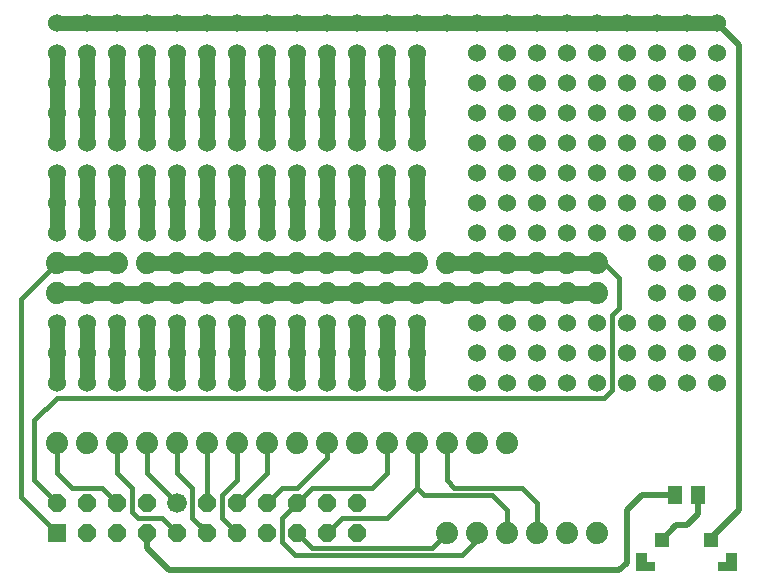
<source format=gtl>
G04 EAGLE Gerber RS-274X export*
G75*
%MOMM*%
%FSLAX34Y34*%
%LPD*%
%INtop_metal*%
%IPPOS*%
%AMOC8*
5,1,8,0,0,1.08239X$1,22.5*%
G01*
%ADD10R,1.524000X1.524000*%
%ADD11P,1.649562X8X22.500000*%
%ADD12C,1.676400*%
%ADD13C,1.879600*%
%ADD14R,1.300000X1.200000*%
%ADD15R,0.609600X0.304800*%
%ADD16R,1.300000X1.500000*%
%ADD17C,1.270000*%
%ADD18C,1.524000*%
%ADD19C,0.508000*%
%ADD20C,0.406400*%
%ADD21C,0.254000*%

G36*
X760408Y361152D02*
X760408Y361152D01*
X760417Y361151D01*
X760505Y361172D01*
X760595Y361190D01*
X760602Y361195D01*
X760610Y361197D01*
X760683Y361251D01*
X760759Y361303D01*
X760763Y361310D01*
X760770Y361315D01*
X760817Y361393D01*
X760866Y361470D01*
X760867Y361479D01*
X760872Y361486D01*
X760899Y361650D01*
X760899Y368650D01*
X760899Y368654D01*
X760899Y368656D01*
X760898Y368660D01*
X760899Y368667D01*
X760878Y368755D01*
X760860Y368845D01*
X760855Y368852D01*
X760853Y368860D01*
X760799Y368933D01*
X760747Y369009D01*
X760740Y369013D01*
X760735Y369020D01*
X760657Y369067D01*
X760580Y369116D01*
X760571Y369117D01*
X760564Y369122D01*
X760400Y369149D01*
X753899Y369149D01*
X753899Y375650D01*
X753898Y375658D01*
X753899Y375667D01*
X753878Y375755D01*
X753860Y375845D01*
X753855Y375852D01*
X753853Y375860D01*
X753799Y375933D01*
X753747Y376009D01*
X753740Y376013D01*
X753735Y376020D01*
X753657Y376067D01*
X753580Y376116D01*
X753571Y376117D01*
X753564Y376122D01*
X753400Y376149D01*
X745400Y376149D01*
X745392Y376148D01*
X745383Y376149D01*
X745295Y376128D01*
X745205Y376110D01*
X745198Y376105D01*
X745190Y376103D01*
X745117Y376049D01*
X745041Y375997D01*
X745037Y375990D01*
X745030Y375985D01*
X744983Y375907D01*
X744934Y375830D01*
X744933Y375821D01*
X744928Y375814D01*
X744901Y375650D01*
X744901Y361650D01*
X744902Y361642D01*
X744901Y361633D01*
X744922Y361545D01*
X744940Y361455D01*
X744945Y361448D01*
X744947Y361440D01*
X745001Y361367D01*
X745053Y361291D01*
X745060Y361287D01*
X745065Y361280D01*
X745143Y361233D01*
X745220Y361184D01*
X745229Y361183D01*
X745236Y361178D01*
X745400Y361151D01*
X760400Y361151D01*
X760408Y361152D01*
G37*
G36*
X829408Y361152D02*
X829408Y361152D01*
X829417Y361151D01*
X829505Y361172D01*
X829595Y361190D01*
X829602Y361195D01*
X829610Y361197D01*
X829683Y361251D01*
X829759Y361303D01*
X829763Y361310D01*
X829770Y361315D01*
X829817Y361393D01*
X829866Y361470D01*
X829867Y361479D01*
X829872Y361486D01*
X829899Y361650D01*
X829899Y375650D01*
X829898Y375658D01*
X829899Y375667D01*
X829878Y375755D01*
X829860Y375845D01*
X829855Y375852D01*
X829853Y375860D01*
X829799Y375933D01*
X829747Y376009D01*
X829740Y376013D01*
X829735Y376020D01*
X829657Y376067D01*
X829580Y376116D01*
X829571Y376117D01*
X829564Y376122D01*
X829400Y376149D01*
X821400Y376149D01*
X821392Y376148D01*
X821383Y376149D01*
X821295Y376128D01*
X821205Y376110D01*
X821198Y376105D01*
X821190Y376103D01*
X821117Y376049D01*
X821041Y375997D01*
X821037Y375990D01*
X821030Y375985D01*
X820983Y375907D01*
X820934Y375830D01*
X820933Y375821D01*
X820928Y375814D01*
X820901Y375650D01*
X820901Y369149D01*
X814400Y369149D01*
X814392Y369148D01*
X814383Y369149D01*
X814295Y369128D01*
X814205Y369110D01*
X814198Y369105D01*
X814190Y369103D01*
X814117Y369049D01*
X814041Y368997D01*
X814037Y368990D01*
X814030Y368985D01*
X813983Y368907D01*
X813934Y368830D01*
X813933Y368821D01*
X813928Y368814D01*
X813901Y368650D01*
X813901Y361650D01*
X813902Y361642D01*
X813901Y361633D01*
X813922Y361545D01*
X813940Y361455D01*
X813945Y361448D01*
X813947Y361440D01*
X814001Y361367D01*
X814053Y361291D01*
X814060Y361287D01*
X814065Y361280D01*
X814143Y361233D01*
X814220Y361184D01*
X814229Y361183D01*
X814236Y361178D01*
X814400Y361151D01*
X829400Y361151D01*
X829408Y361152D01*
G37*
D10*
X254000Y393700D03*
D11*
X254000Y419100D03*
X279400Y393700D03*
X279400Y419100D03*
X304800Y393700D03*
X304800Y419100D03*
X330200Y393700D03*
X330200Y419100D03*
X355600Y393700D03*
D12*
X355600Y419100D03*
D11*
X381000Y393700D03*
X381000Y419100D03*
X406400Y393700D03*
X406400Y419100D03*
X431800Y393700D03*
X431800Y419100D03*
X457200Y393700D03*
X457200Y419100D03*
X482600Y393700D03*
X482600Y419100D03*
X508000Y393700D03*
X508000Y419100D03*
D13*
X558800Y596900D03*
X533400Y596900D03*
X508000Y596900D03*
X482600Y596900D03*
X457200Y596900D03*
X431800Y596900D03*
X406400Y596900D03*
X381000Y596900D03*
X355600Y596900D03*
X330200Y596900D03*
X558800Y622300D03*
X533400Y622300D03*
X508000Y622300D03*
X482600Y622300D03*
X457200Y622300D03*
X431800Y622300D03*
X406400Y622300D03*
X381000Y622300D03*
X355600Y622300D03*
X330200Y622300D03*
X254000Y622300D03*
X279400Y622300D03*
X304800Y622300D03*
X254000Y596900D03*
X279400Y596900D03*
X304800Y596900D03*
X584200Y393700D03*
X609600Y393700D03*
X635000Y393700D03*
X660400Y393700D03*
X685800Y393700D03*
X711200Y393700D03*
X254000Y469900D03*
X279400Y469900D03*
X381000Y469900D03*
X355600Y469900D03*
X330200Y469900D03*
X304800Y469900D03*
X508000Y469900D03*
X533400Y469900D03*
X558800Y469900D03*
X584200Y469900D03*
X431800Y469900D03*
X406400Y469900D03*
X482600Y469900D03*
X457200Y469900D03*
X609600Y469900D03*
X635000Y469900D03*
X584200Y622300D03*
X609600Y622300D03*
X635000Y622300D03*
X660400Y622300D03*
X685800Y622300D03*
X711200Y622300D03*
X584200Y596900D03*
X609600Y596900D03*
X635000Y596900D03*
X660400Y596900D03*
X685800Y596900D03*
X711200Y596900D03*
D14*
X808400Y387650D03*
X766400Y387650D03*
D15*
X750570Y364490D03*
X822960Y364490D03*
D16*
X796900Y425450D03*
X777900Y425450D03*
D17*
X558800Y596900D02*
X330200Y596900D01*
X254000Y596900D01*
X584200Y596900D02*
X711200Y596900D01*
D18*
X787400Y825500D03*
X254000Y825500D03*
X812800Y825500D03*
D17*
X254000Y825500D01*
D18*
X381000Y825500D03*
X304800Y825500D03*
X279400Y825500D03*
X330200Y825500D03*
X355600Y825500D03*
X406400Y825500D03*
X431800Y825500D03*
X457200Y825500D03*
X482600Y825500D03*
X508000Y825500D03*
X533400Y825500D03*
X558800Y825500D03*
X584200Y825500D03*
X609600Y825500D03*
X635000Y825500D03*
X660400Y825500D03*
X685800Y825500D03*
X711200Y825500D03*
X736600Y825500D03*
X762000Y825500D03*
D17*
X584200Y596900D02*
X558800Y596900D01*
D19*
X808400Y389300D02*
X808400Y387650D01*
X831850Y806450D02*
X812800Y825500D01*
X831850Y412750D02*
X808400Y389300D01*
X831850Y412750D02*
X831850Y806450D01*
D17*
X711200Y622300D02*
X584200Y622300D01*
D20*
X254000Y419100D02*
X234950Y438150D01*
X234950Y488950D01*
X254000Y508000D01*
X717550Y508000D01*
X723900Y514350D02*
X723900Y577850D01*
X723900Y514350D02*
X717550Y508000D01*
X723900Y577850D02*
X730250Y584200D01*
X730250Y609600D01*
X717550Y622300D01*
D19*
X711200Y622300D01*
D17*
X304800Y622300D02*
X254000Y622300D01*
D20*
X223520Y424180D02*
X254000Y393700D01*
X223520Y424180D02*
X223520Y591820D01*
X254000Y622300D01*
D17*
X330200Y622300D02*
X558800Y622300D01*
D18*
X330200Y723900D03*
X330200Y749300D03*
X330200Y774700D03*
X330200Y800100D03*
D17*
X330200Y723900D01*
D18*
X355600Y723900D03*
X355600Y749300D03*
X355600Y774700D03*
X355600Y800100D03*
D17*
X355600Y723900D01*
D18*
X381000Y723900D03*
X381000Y749300D03*
X381000Y774700D03*
X381000Y800100D03*
D17*
X381000Y723900D01*
D18*
X406400Y723900D03*
X406400Y749300D03*
X406400Y774700D03*
X406400Y800100D03*
D17*
X406400Y723900D01*
D18*
X431800Y723900D03*
X431800Y749300D03*
X431800Y774700D03*
X431800Y800100D03*
D17*
X431800Y723900D01*
D18*
X457200Y723900D03*
X457200Y749300D03*
X457200Y774700D03*
X457200Y800100D03*
D17*
X457200Y723900D01*
D18*
X482600Y723900D03*
X482600Y749300D03*
X482600Y774700D03*
X482600Y800100D03*
D17*
X482600Y723900D01*
D18*
X508000Y723900D03*
X508000Y749300D03*
X508000Y774700D03*
X508000Y800100D03*
D17*
X508000Y723900D01*
D18*
X533400Y723900D03*
X533400Y749300D03*
X533400Y774700D03*
X533400Y800100D03*
D17*
X533400Y723900D01*
D18*
X558800Y723900D03*
X558800Y749300D03*
X558800Y774700D03*
X558800Y800100D03*
D17*
X558800Y723900D01*
D18*
X330200Y647700D03*
X330200Y673100D03*
X330200Y698500D03*
D17*
X330200Y647700D01*
D18*
X355600Y647700D03*
X355600Y673100D03*
X355600Y698500D03*
D17*
X355600Y647700D01*
D18*
X381000Y647700D03*
X381000Y673100D03*
X381000Y698500D03*
D17*
X381000Y647700D01*
D18*
X406400Y647700D03*
X406400Y673100D03*
X406400Y698500D03*
D17*
X406400Y647700D01*
D18*
X431800Y647700D03*
X431800Y673100D03*
X431800Y698500D03*
D17*
X431800Y647700D01*
D18*
X457200Y647700D03*
X457200Y673100D03*
X457200Y698500D03*
D17*
X457200Y647700D01*
D18*
X482600Y647700D03*
X482600Y673100D03*
X482600Y698500D03*
D17*
X482600Y647700D01*
D18*
X508000Y647700D03*
X508000Y673100D03*
X508000Y698500D03*
D17*
X508000Y647700D01*
D18*
X533400Y647700D03*
X533400Y673100D03*
X533400Y698500D03*
D17*
X533400Y647700D01*
D18*
X330200Y520700D03*
X330200Y546100D03*
X330200Y571500D03*
D17*
X330200Y520700D01*
D18*
X558800Y647700D03*
X558800Y673100D03*
X558800Y698500D03*
D17*
X558800Y647700D01*
D18*
X355600Y520700D03*
X355600Y546100D03*
X355600Y571500D03*
D17*
X355600Y520700D01*
D18*
X381000Y520700D03*
X381000Y546100D03*
X381000Y571500D03*
D17*
X381000Y520700D01*
D18*
X406400Y520700D03*
X406400Y546100D03*
X406400Y571500D03*
D17*
X406400Y520700D01*
D18*
X431800Y520700D03*
X431800Y546100D03*
X431800Y571500D03*
D17*
X431800Y520700D01*
D18*
X457200Y520700D03*
X457200Y546100D03*
X457200Y571500D03*
D17*
X457200Y520700D01*
D18*
X482600Y520700D03*
X482600Y546100D03*
X482600Y571500D03*
D17*
X482600Y520700D01*
D18*
X508000Y520700D03*
X508000Y546100D03*
X508000Y571500D03*
D17*
X508000Y520700D01*
D18*
X533400Y520700D03*
X533400Y546100D03*
X533400Y571500D03*
D17*
X533400Y520700D01*
D18*
X558800Y520700D03*
X558800Y546100D03*
X558800Y571500D03*
D17*
X558800Y520700D01*
D18*
X304800Y647700D03*
X304800Y673100D03*
X304800Y698500D03*
D17*
X304800Y647700D01*
D18*
X279400Y647700D03*
X279400Y673100D03*
X279400Y698500D03*
D17*
X279400Y647700D01*
D18*
X254000Y647700D03*
X254000Y673100D03*
X254000Y698500D03*
D17*
X254000Y647700D01*
D18*
X254000Y520700D03*
X254000Y546100D03*
X254000Y571500D03*
D17*
X254000Y520700D01*
D18*
X279400Y520700D03*
X279400Y546100D03*
X279400Y571500D03*
D17*
X279400Y520700D01*
D18*
X304800Y520700D03*
X304800Y546100D03*
X304800Y571500D03*
D17*
X304800Y520700D01*
D18*
X304800Y723900D03*
X304800Y749300D03*
X304800Y774700D03*
X304800Y800100D03*
D17*
X304800Y723900D01*
D18*
X279400Y723900D03*
X279400Y749300D03*
X279400Y774700D03*
X279400Y800100D03*
D17*
X279400Y723900D01*
D18*
X254000Y723900D03*
X254000Y749300D03*
X254000Y774700D03*
X254000Y800100D03*
D17*
X254000Y723900D01*
D20*
X584200Y393700D02*
X571500Y381000D01*
X469900Y381000D01*
X457200Y393700D01*
X558800Y431800D02*
X558800Y469900D01*
X558800Y431800D02*
X533400Y406400D01*
X495300Y406400D01*
X482600Y393700D01*
X635000Y393700D02*
X635000Y412750D01*
X622300Y425450D01*
X565150Y425450D02*
X558800Y431800D01*
X565150Y425450D02*
X622300Y425450D01*
X533400Y444500D02*
X533400Y469900D01*
X533400Y444500D02*
X520700Y431800D01*
X469900Y431800D02*
X457200Y419100D01*
X469900Y431800D02*
X520700Y431800D01*
X609600Y393700D02*
X609600Y387350D01*
X596900Y374650D01*
X455930Y374650D01*
X444500Y386080D01*
X444500Y406400D02*
X457200Y419100D01*
X444500Y406400D02*
X444500Y386080D01*
X584200Y438150D02*
X584200Y469900D01*
X584200Y438150D02*
X590550Y431800D01*
X647700Y431800D01*
X660400Y419100D01*
X660400Y393700D01*
X406400Y438150D02*
X393700Y425450D01*
X393700Y406400D01*
X406400Y393700D01*
X406400Y438150D02*
X406400Y469900D01*
X431800Y469900D02*
X431800Y444500D01*
X406400Y419100D01*
X254000Y444500D02*
X254000Y469900D01*
X254000Y444500D02*
X266700Y431800D01*
X292100Y431800D01*
X304800Y419100D01*
D19*
X330200Y393700D02*
X330200Y381000D01*
X349250Y361950D01*
X717550Y361950D01*
X736600Y412750D02*
X749300Y425450D01*
X736600Y412750D02*
X736600Y368300D01*
X730250Y361950D01*
X749300Y425450D02*
X777900Y425450D01*
X730250Y361950D02*
X717550Y361950D01*
X698500Y361950D01*
D20*
X304800Y444500D02*
X304800Y469900D01*
X304800Y444500D02*
X317500Y431800D01*
X317500Y411480D02*
X322580Y406400D01*
X342900Y406400D01*
X355600Y393700D01*
X317500Y411480D02*
X317500Y431800D01*
D21*
X368554Y431800D02*
X368554Y406400D01*
X368554Y406146D01*
X381000Y393700D01*
D20*
X355600Y444500D02*
X355600Y469900D01*
X355600Y444500D02*
X368300Y431800D01*
X368554Y431800D01*
X368300Y431800D02*
X368300Y406654D01*
X368554Y406400D01*
X381000Y393954D01*
X381000Y393700D01*
X330200Y444500D02*
X330200Y469900D01*
X330200Y444500D02*
X355600Y419100D01*
X381000Y419100D02*
X381000Y469900D01*
X482600Y469900D02*
X482600Y457200D01*
X457200Y431800D01*
X444500Y431800D01*
X431800Y419100D01*
D18*
X609600Y698500D03*
X609600Y673100D03*
X609600Y647700D03*
X635000Y698500D03*
X635000Y673100D03*
X635000Y647700D03*
X660400Y647700D03*
X660400Y673100D03*
X660400Y698500D03*
X685800Y698500D03*
X685800Y673100D03*
X685800Y647700D03*
X711200Y647700D03*
X711200Y673100D03*
X711200Y698500D03*
X609600Y723900D03*
X635000Y723900D03*
X660400Y723900D03*
X685800Y723900D03*
X711200Y723900D03*
X711200Y749300D03*
X685800Y749300D03*
X660400Y749300D03*
X635000Y749300D03*
X609600Y749300D03*
X609600Y774700D03*
X635000Y774700D03*
X660400Y774700D03*
X685800Y774700D03*
X711200Y774700D03*
X711200Y800100D03*
X685800Y800100D03*
X660400Y800100D03*
X635000Y800100D03*
X609600Y800100D03*
X609600Y571500D03*
X635000Y571500D03*
X660400Y571500D03*
X685800Y571500D03*
X711200Y571500D03*
X711200Y546100D03*
X711200Y520700D03*
X685800Y520700D03*
X685800Y546100D03*
X660400Y546100D03*
X660400Y520700D03*
X635000Y546100D03*
X635000Y520700D03*
X609600Y520700D03*
X609600Y546100D03*
X736600Y520700D03*
X736600Y546100D03*
X736600Y571500D03*
X736600Y647700D03*
X736600Y673100D03*
X736600Y698500D03*
X736600Y723900D03*
X736600Y749300D03*
X736600Y774700D03*
X736600Y800100D03*
X762000Y800100D03*
X762000Y774700D03*
X762000Y749300D03*
X762000Y723900D03*
X762000Y698500D03*
X762000Y673100D03*
X762000Y647700D03*
X762000Y622300D03*
X762000Y596900D03*
X762000Y571500D03*
X762000Y546100D03*
X762000Y520700D03*
X787400Y520700D03*
X787400Y546100D03*
X787400Y571500D03*
X787400Y596900D03*
X787400Y622300D03*
X787400Y647700D03*
X787400Y673100D03*
X787400Y698500D03*
X787400Y723900D03*
X787400Y749300D03*
X787400Y774700D03*
X787400Y800100D03*
X812800Y800100D03*
X812800Y774700D03*
X812800Y749300D03*
X812800Y723900D03*
X812800Y698500D03*
X812800Y673100D03*
X812800Y647700D03*
X812800Y622300D03*
X812800Y596900D03*
X812800Y571500D03*
X812800Y546100D03*
X812800Y520700D03*
D19*
X778800Y400050D02*
X766400Y387650D01*
X796900Y409550D02*
X796900Y425450D01*
X796900Y409550D02*
X787400Y400050D01*
X778800Y400050D01*
M02*

</source>
